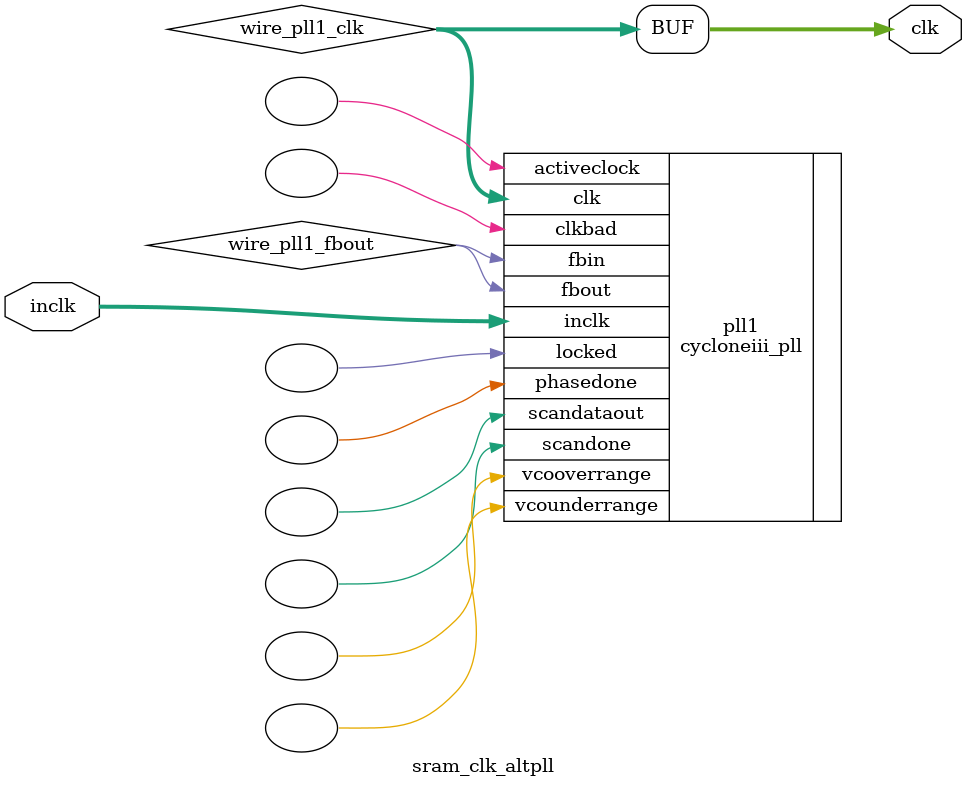
<source format=v>






//synthesis_resources = cycloneiii_pll 1 
//synopsys translate_off
`timescale 1 ps / 1 ps
//synopsys translate_on
module  sram_clk_altpll
	( 
	clk,
	inclk) /* synthesis synthesis_clearbox=1 */;
	output   [4:0]  clk;
	input   [1:0]  inclk;
`ifndef ALTERA_RESERVED_QIS
// synopsys translate_off
`endif
	tri0   [1:0]  inclk;
`ifndef ALTERA_RESERVED_QIS
// synopsys translate_on
`endif

	wire  [4:0]   wire_pll1_clk;
	wire  wire_pll1_fbout;

	cycloneiii_pll   pll1
	( 
	.activeclock(),
	.clk(wire_pll1_clk),
	.clkbad(),
	.fbin(wire_pll1_fbout),
	.fbout(wire_pll1_fbout),
	.inclk(inclk),
	.locked(),
	.phasedone(),
	.scandataout(),
	.scandone(),
	.vcooverrange(),
	.vcounderrange()
	`ifndef FORMAL_VERIFICATION
	// synopsys translate_off
	`endif
	,
	.areset(1'b0),
	.clkswitch(1'b0),
	.configupdate(1'b0),
	.pfdena(1'b1),
	.phasecounterselect({3{1'b0}}),
	.phasestep(1'b0),
	.phaseupdown(1'b0),
	.scanclk(1'b0),
	.scanclkena(1'b1),
	.scandata(1'b0)
	`ifndef FORMAL_VERIFICATION
	// synopsys translate_on
	`endif
	);
	defparam
		pll1.bandwidth_type = "auto",
		pll1.clk0_divide_by = 1,
		pll1.clk0_duty_cycle = 50,
		pll1.clk0_multiply_by = 1,
		pll1.clk0_phase_shift = "0",
		pll1.clk1_divide_by = 1,
		pll1.clk1_duty_cycle = 50,
		pll1.clk1_multiply_by = 1,
		pll1.clk1_phase_shift = "-3000",
		pll1.compensate_clock = "clk0",
		pll1.inclk0_input_frequency = 20000,
		pll1.operation_mode = "normal",
		pll1.pll_type = "auto",
		pll1.lpm_type = "cycloneiii_pll";
	assign
		clk = {wire_pll1_clk[4:0]};
endmodule //sram_clk_altpll
//VALID FILE

</source>
